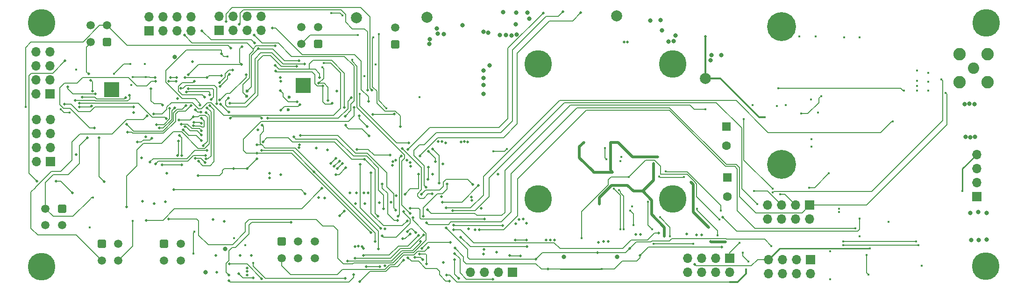
<source format=gbr>
G04 #@! TF.GenerationSoftware,KiCad,Pcbnew,7.0.10*
G04 #@! TF.CreationDate,2024-07-22T15:51:58-07:00*
G04 #@! TF.ProjectId,LCP_Controller,4c43505f-436f-46e7-9472-6f6c6c65722e,rev?*
G04 #@! TF.SameCoordinates,Original*
G04 #@! TF.FileFunction,Copper,L4,Bot*
G04 #@! TF.FilePolarity,Positive*
%FSLAX46Y46*%
G04 Gerber Fmt 4.6, Leading zero omitted, Abs format (unit mm)*
G04 Created by KiCad (PCBNEW 7.0.10) date 2024-07-22 15:51:58*
%MOMM*%
%LPD*%
G01*
G04 APERTURE LIST*
G04 Aperture macros list*
%AMRoundRect*
0 Rectangle with rounded corners*
0 $1 Rounding radius*
0 $2 $3 $4 $5 $6 $7 $8 $9 X,Y pos of 4 corners*
0 Add a 4 corners polygon primitive as box body*
4,1,4,$2,$3,$4,$5,$6,$7,$8,$9,$2,$3,0*
0 Add four circle primitives for the rounded corners*
1,1,$1+$1,$2,$3*
1,1,$1+$1,$4,$5*
1,1,$1+$1,$6,$7*
1,1,$1+$1,$8,$9*
0 Add four rect primitives between the rounded corners*
20,1,$1+$1,$2,$3,$4,$5,0*
20,1,$1+$1,$4,$5,$6,$7,0*
20,1,$1+$1,$6,$7,$8,$9,0*
20,1,$1+$1,$8,$9,$2,$3,0*%
G04 Aperture macros list end*
G04 #@! TA.AperFunction,ComponentPad*
%ADD10C,0.500000*%
G04 #@! TD*
G04 #@! TA.AperFunction,SMDPad,CuDef*
%ADD11R,2.700000X2.700000*%
G04 #@! TD*
G04 #@! TA.AperFunction,ComponentPad*
%ADD12RoundRect,0.250001X-0.499999X0.499999X-0.499999X-0.499999X0.499999X-0.499999X0.499999X0.499999X0*%
G04 #@! TD*
G04 #@! TA.AperFunction,ComponentPad*
%ADD13C,1.500000*%
G04 #@! TD*
G04 #@! TA.AperFunction,ComponentPad*
%ADD14R,1.700000X1.700000*%
G04 #@! TD*
G04 #@! TA.AperFunction,ComponentPad*
%ADD15O,1.700000X1.700000*%
G04 #@! TD*
G04 #@! TA.AperFunction,ComponentPad*
%ADD16RoundRect,0.250001X0.499999X0.499999X-0.499999X0.499999X-0.499999X-0.499999X0.499999X-0.499999X0*%
G04 #@! TD*
G04 #@! TA.AperFunction,ComponentPad*
%ADD17C,5.000000*%
G04 #@! TD*
G04 #@! TA.AperFunction,ComponentPad*
%ADD18C,2.000000*%
G04 #@! TD*
G04 #@! TA.AperFunction,ComponentPad*
%ADD19R,1.600000X1.600000*%
G04 #@! TD*
G04 #@! TA.AperFunction,ComponentPad*
%ADD20C,1.600000*%
G04 #@! TD*
G04 #@! TA.AperFunction,ComponentPad*
%ADD21RoundRect,0.250001X-0.499999X-0.499999X0.499999X-0.499999X0.499999X0.499999X-0.499999X0.499999X0*%
G04 #@! TD*
G04 #@! TA.AperFunction,WasherPad*
%ADD22C,5.250000*%
G04 #@! TD*
G04 #@! TA.AperFunction,ComponentPad*
%ADD23C,2.050000*%
G04 #@! TD*
G04 #@! TA.AperFunction,ComponentPad*
%ADD24C,2.250000*%
G04 #@! TD*
G04 #@! TA.AperFunction,ViaPad*
%ADD25C,0.800000*%
G04 #@! TD*
G04 #@! TA.AperFunction,ViaPad*
%ADD26C,0.406400*%
G04 #@! TD*
G04 #@! TA.AperFunction,ViaPad*
%ADD27C,0.500000*%
G04 #@! TD*
G04 #@! TA.AperFunction,ViaPad*
%ADD28C,0.600000*%
G04 #@! TD*
G04 #@! TA.AperFunction,Conductor*
%ADD29C,0.200000*%
G04 #@! TD*
G04 #@! TA.AperFunction,Conductor*
%ADD30C,0.500000*%
G04 #@! TD*
G04 #@! TA.AperFunction,Conductor*
%ADD31C,0.300000*%
G04 #@! TD*
G04 #@! TA.AperFunction,Conductor*
%ADD32C,0.250000*%
G04 #@! TD*
G04 #@! TA.AperFunction,Conductor*
%ADD33C,0.152400*%
G04 #@! TD*
G04 APERTURE END LIST*
D10*
X178849200Y-104655800D03*
X178849200Y-103555800D03*
X178849200Y-102455800D03*
X177749200Y-104655800D03*
X177749200Y-103555800D03*
D11*
X177749200Y-103555800D03*
D10*
X177749200Y-102455800D03*
X176649200Y-104655800D03*
X176649200Y-103555800D03*
X176649200Y-102455800D03*
D12*
X134000000Y-125900000D03*
D13*
X134000000Y-128900000D03*
X131000000Y-125900000D03*
X131000000Y-128900000D03*
D14*
X131902200Y-117398800D03*
D15*
X129362200Y-117398800D03*
X131902200Y-114858800D03*
X129362200Y-114858800D03*
X131902200Y-112318800D03*
X129362200Y-112318800D03*
X131902200Y-109778800D03*
X129362200Y-109778800D03*
D14*
X149819200Y-93654800D03*
D15*
X149819200Y-91114800D03*
X152359200Y-93654800D03*
X152359200Y-91114800D03*
X154899200Y-93654800D03*
X154899200Y-91114800D03*
X157439200Y-93654800D03*
X157439200Y-91114800D03*
D16*
X194400000Y-96100000D03*
D13*
X194400000Y-93100000D03*
D17*
X130302000Y-136398000D03*
X220294200Y-124117100D03*
D18*
X187400000Y-91300000D03*
X234518200Y-91008200D03*
X200200000Y-91236800D03*
D17*
X130302000Y-92202000D03*
X244703600Y-124117100D03*
D19*
X254600000Y-120247349D03*
D20*
X254600000Y-123747349D03*
D18*
X250600000Y-102300000D03*
D21*
X173800000Y-131900000D03*
D13*
X176800000Y-131900000D03*
X179800000Y-131900000D03*
X173800000Y-134900000D03*
X176800000Y-134900000D03*
X179800000Y-134900000D03*
D21*
X152500000Y-132300000D03*
D13*
X155500000Y-132300000D03*
X152500000Y-135300000D03*
X155500000Y-135300000D03*
D14*
X255006000Y-134945200D03*
D15*
X255006000Y-137485200D03*
X252466000Y-134945200D03*
X252466000Y-137485200D03*
X249926000Y-134945200D03*
X249926000Y-137485200D03*
X247386000Y-134945200D03*
X247386000Y-137485200D03*
D14*
X269687200Y-135123000D03*
D15*
X269687200Y-137663000D03*
X267147200Y-135123000D03*
X267147200Y-137663000D03*
X264607200Y-135123000D03*
X264607200Y-137663000D03*
X262067200Y-135123000D03*
X262067200Y-137663000D03*
D16*
X180400000Y-96020000D03*
D13*
X177400000Y-96020000D03*
X180400000Y-93020000D03*
X177400000Y-93020000D03*
D14*
X131851400Y-105105200D03*
D15*
X129311400Y-105105200D03*
X131851400Y-102565200D03*
X129311400Y-102565200D03*
X131851400Y-100025200D03*
X129311400Y-100025200D03*
X131851400Y-97485200D03*
X129311400Y-97485200D03*
D19*
X254400000Y-111047349D03*
D20*
X254400000Y-114547349D03*
D21*
X141200000Y-132300000D03*
D13*
X144200000Y-132300000D03*
X141200000Y-135300000D03*
X144200000Y-135300000D03*
D10*
X141876600Y-103268600D03*
X141876600Y-104368600D03*
X141876600Y-105468600D03*
X142976600Y-103268600D03*
X142976600Y-104368600D03*
D11*
X142976600Y-104368600D03*
D10*
X142976600Y-105468600D03*
X144076600Y-103268600D03*
X144076600Y-104368600D03*
X144076600Y-105468600D03*
D17*
X244703600Y-99682300D03*
D22*
X264385000Y-92900000D03*
X264385000Y-117900000D03*
D17*
X220294200Y-99707700D03*
X301447200Y-136372600D03*
D14*
X299800000Y-123700000D03*
D15*
X299800000Y-121160000D03*
X299800000Y-118620000D03*
X299800000Y-116080000D03*
D14*
X215696800Y-137439400D03*
D15*
X213156800Y-137439400D03*
X210616800Y-137439400D03*
X208076800Y-137439400D03*
D14*
X162468400Y-93629400D03*
D15*
X162468400Y-91089400D03*
X165008400Y-93629400D03*
X165008400Y-91089400D03*
X167548400Y-93629400D03*
X167548400Y-91089400D03*
X170088400Y-93629400D03*
X170088400Y-91089400D03*
D16*
X142200000Y-95700000D03*
D13*
X139200000Y-95700000D03*
X142200000Y-92700000D03*
X139200000Y-92700000D03*
D23*
X299260000Y-100440000D03*
D24*
X296720000Y-102980000D03*
X301800000Y-102980000D03*
X296720000Y-97900000D03*
X301800000Y-97900000D03*
D14*
X269540000Y-125300000D03*
D15*
X269540000Y-127840000D03*
X267000000Y-125300000D03*
X267000000Y-127840000D03*
X264460000Y-125300000D03*
X264460000Y-127840000D03*
X261920000Y-125300000D03*
X261920000Y-127840000D03*
D17*
X301498000Y-92202000D03*
D25*
X216281000Y-92456000D03*
D26*
X286600000Y-104500000D03*
X242000000Y-116500000D03*
X233400000Y-113900000D03*
X231400000Y-125100000D03*
X241200000Y-117700000D03*
X243200000Y-130900000D03*
X237550000Y-122737500D03*
X248000000Y-121100000D03*
X228600000Y-113900000D03*
X230200000Y-119100000D03*
D27*
X251536200Y-131826000D03*
D26*
X251200000Y-129300000D03*
X233800000Y-119300000D03*
D27*
X254254000Y-131953000D03*
D25*
X200710800Y-95173800D03*
D27*
X148412200Y-116713000D03*
X202793600Y-123774200D03*
D26*
X190842800Y-99760829D03*
D27*
X188747400Y-123063000D03*
D25*
X200583800Y-96037400D03*
D26*
X278600000Y-94900000D03*
X269747708Y-106100000D03*
D25*
X301558800Y-131538400D03*
X240639600Y-91846400D03*
D27*
X194462400Y-117144800D03*
X173659800Y-119735600D03*
X154940000Y-105994200D03*
D28*
X175031400Y-107950000D03*
D27*
X136601200Y-116103400D03*
X203022200Y-117779800D03*
D26*
X235400000Y-116500000D03*
D27*
X157657800Y-99288600D03*
X207518000Y-113842800D03*
X207695800Y-129590800D03*
D26*
X149000000Y-99700000D03*
D27*
X206933800Y-113766600D03*
D25*
X297761400Y-112863400D03*
D26*
X198800000Y-105700000D03*
D27*
X173609000Y-102158800D03*
D25*
X224967800Y-134645400D03*
D26*
X269800000Y-113300000D03*
X136600000Y-100700000D03*
D27*
X197129400Y-117525800D03*
D25*
X297619400Y-106939600D03*
D27*
X153009600Y-119532400D03*
X183819800Y-104597200D03*
X171602400Y-120319800D03*
X173634400Y-102819200D03*
X203530200Y-114020600D03*
D26*
X291000000Y-102900000D03*
D27*
X192582800Y-129565400D03*
X188671200Y-133172200D03*
X202869800Y-113741200D03*
D26*
X263600000Y-107300000D03*
D25*
X242722400Y-93624400D03*
D26*
X165200000Y-131300000D03*
D25*
X300060200Y-126560000D03*
D26*
X289000000Y-103700000D03*
X289000000Y-104500000D03*
D25*
X154406600Y-98450400D03*
D27*
X176987200Y-114884200D03*
X210007200Y-125882400D03*
D25*
X203200000Y-94234000D03*
D26*
X291000000Y-104500000D03*
X235200000Y-117300000D03*
D27*
X169494200Y-111607600D03*
D26*
X267600000Y-94700000D03*
D25*
X298815600Y-131614600D03*
D27*
X186207400Y-123063000D03*
X188366400Y-132816600D03*
D25*
X299514000Y-112888800D03*
D27*
X203123800Y-135661400D03*
X146989800Y-108483400D03*
D25*
X298650400Y-112939600D03*
D27*
X196519800Y-117144800D03*
X193611500Y-124752100D03*
X167589200Y-137947400D03*
D26*
X291000000Y-101300000D03*
D27*
X189458600Y-123088400D03*
D26*
X139000000Y-129300000D03*
D27*
X149199600Y-112903000D03*
D25*
X244881400Y-95504000D03*
X218719400Y-91516200D03*
D26*
X167200000Y-132500000D03*
D25*
X202107800Y-94208600D03*
X201930000Y-93243400D03*
D27*
X162102800Y-137439400D03*
D25*
X301584200Y-126712400D03*
D26*
X289000000Y-102700000D03*
D25*
X206578200Y-92633800D03*
D27*
X206324200Y-113792000D03*
D26*
X259200000Y-107100000D03*
D27*
X187756800Y-132740400D03*
D28*
X175183800Y-105689400D03*
D25*
X242493800Y-91744800D03*
D27*
X191490600Y-124866400D03*
D26*
X270600000Y-94700000D03*
D27*
X202234800Y-113766600D03*
D26*
X275800000Y-94900000D03*
D25*
X299372000Y-106965000D03*
X298587000Y-126687000D03*
D26*
X289800000Y-136300000D03*
D27*
X208915000Y-129768600D03*
D25*
X163601400Y-133248400D03*
D27*
X171627800Y-119481600D03*
D26*
X237357200Y-125500000D03*
D25*
X245186200Y-94564200D03*
X234645200Y-134620000D03*
X251739400Y-98044000D03*
X218363800Y-90398600D03*
X251561600Y-99009200D03*
X243916200Y-95631000D03*
D26*
X269800000Y-114700000D03*
D27*
X187375800Y-123037600D03*
D26*
X289000000Y-100900000D03*
X146600000Y-103500000D03*
D27*
X193954400Y-117373400D03*
X187147200Y-132765800D03*
D25*
X253542800Y-98044000D03*
D27*
X177038000Y-114300000D03*
D26*
X283800000Y-128300000D03*
D27*
X193878200Y-118084600D03*
D25*
X216306400Y-90373200D03*
X213995000Y-90322400D03*
D26*
X273200000Y-138700000D03*
D25*
X298483000Y-106888800D03*
X300111000Y-131640000D03*
D27*
X168325800Y-134416800D03*
X192532000Y-136245600D03*
D26*
X273200000Y-133682200D03*
D27*
X197180200Y-118262400D03*
X210489800Y-133299200D03*
X212801200Y-133832600D03*
D26*
X278600000Y-130900000D03*
D27*
X218186000Y-128574800D03*
X180517800Y-123926600D03*
X237972600Y-130632200D03*
X150723600Y-124968000D03*
X223291400Y-131622800D03*
D25*
X210439000Y-105130600D03*
D26*
X265200000Y-107100000D03*
D27*
X236448600Y-95707200D03*
X167563800Y-137287000D03*
D25*
X214503000Y-94462600D03*
D27*
X216230200Y-128651000D03*
X181584600Y-124002800D03*
X210439000Y-134112000D03*
X238861600Y-130632200D03*
X249986800Y-130683000D03*
X213029800Y-119634000D03*
D26*
X188800000Y-101900000D03*
D27*
X180136800Y-114935000D03*
X167563800Y-136702800D03*
X217601800Y-127838200D03*
D25*
X160020000Y-137464800D03*
D26*
X274800000Y-126500000D03*
D27*
X231267000Y-132003800D03*
X187223400Y-125044200D03*
D25*
X210413600Y-102235000D03*
X215493600Y-94538800D03*
D27*
X194614800Y-123571000D03*
X161874200Y-134416800D03*
X232156000Y-131902200D03*
D25*
X211226400Y-94030800D03*
D27*
X235915200Y-95732600D03*
X221742000Y-131597400D03*
X201142600Y-119710200D03*
X216814400Y-127863600D03*
D25*
X210413600Y-100914200D03*
X213334600Y-94437200D03*
D26*
X271000000Y-108500000D03*
D27*
X166319200Y-134391400D03*
X249047000Y-130708400D03*
X182143400Y-115239800D03*
D25*
X211480400Y-99949000D03*
D27*
X148590000Y-124612400D03*
X152781000Y-124663200D03*
X247218200Y-130530600D03*
X163449000Y-128244600D03*
D25*
X216408000Y-94335600D03*
X210388200Y-93853000D03*
D27*
X208280000Y-124409200D03*
X188874400Y-125044200D03*
D26*
X274800000Y-125900000D03*
D25*
X210413600Y-103505000D03*
D27*
X222504000Y-131622800D03*
X208229200Y-123850400D03*
X233019600Y-131902200D03*
X161391600Y-127863600D03*
D26*
X261400000Y-109300000D03*
D27*
X250621800Y-94665800D03*
X167563800Y-118643400D03*
X169341800Y-116865400D03*
X164236400Y-108432600D03*
X164490400Y-109550200D03*
X162775900Y-106997500D03*
X158699200Y-119964200D03*
X157886400Y-110236000D03*
X170230800Y-109499400D03*
X159258000Y-110464600D03*
X165125400Y-118618000D03*
X177114200Y-107086400D03*
X173685200Y-108051600D03*
X176657000Y-106527600D03*
X173558200Y-104495600D03*
X209626200Y-129768600D03*
X198831200Y-134162800D03*
X200101200Y-135915400D03*
D26*
X280200000Y-137900000D03*
X279800000Y-134300000D03*
X277842798Y-129469800D03*
D27*
X160324800Y-102184200D03*
D26*
X146800000Y-102100000D03*
D27*
X154762200Y-102158800D03*
X162941000Y-101828600D03*
X153670000Y-102158800D03*
X156337000Y-102133400D03*
X150901400Y-102158800D03*
D26*
X149200000Y-102100000D03*
X146400000Y-99657200D03*
X143400000Y-101500000D03*
D27*
X195783200Y-131394200D03*
X203835000Y-121437400D03*
X197078600Y-130530600D03*
X199491600Y-127279400D03*
X196164200Y-123291600D03*
X228041200Y-90373200D03*
X198882000Y-116332000D03*
X198628000Y-119684800D03*
X224790000Y-90170000D03*
X199999600Y-122047000D03*
X194945000Y-127304800D03*
X221208600Y-90449400D03*
X195478400Y-116408200D03*
X196697600Y-115214400D03*
D26*
X190400000Y-94900000D03*
D27*
X195300600Y-111023400D03*
D26*
X187667518Y-94432481D03*
D27*
X201218800Y-115112800D03*
X202361800Y-121259600D03*
D26*
X188000000Y-105100000D03*
D27*
X200355200Y-120599200D03*
X196900800Y-113995200D03*
X200380600Y-118414800D03*
X194868800Y-128092200D03*
D26*
X192800000Y-107700000D03*
X191400000Y-94300000D03*
X182800000Y-90500000D03*
X184800000Y-90900000D03*
D27*
X192074800Y-121412000D03*
D26*
X158000000Y-130100000D03*
X157800000Y-134100000D03*
D27*
X183642000Y-116763800D03*
X185216800Y-107543600D03*
X180721000Y-102133400D03*
X182702200Y-117703600D03*
X172643800Y-99974400D03*
X181254400Y-103682800D03*
X183007000Y-106832400D03*
X184302400Y-117271800D03*
X183311800Y-118262400D03*
X172720000Y-100990400D03*
D26*
X146800000Y-128100000D03*
D27*
X150596600Y-108737400D03*
X149453600Y-109067600D03*
D26*
X181450000Y-99550000D03*
D27*
X182245000Y-106273600D03*
X185470800Y-118516400D03*
X183692800Y-119761000D03*
X149250400Y-128016000D03*
X180543200Y-103200200D03*
X189661800Y-112750600D03*
X181152800Y-122250200D03*
D26*
X181200000Y-100300000D03*
D27*
X185420000Y-110820200D03*
X159308800Y-109524800D03*
X162102800Y-106908600D03*
X157810200Y-110896400D03*
X155575000Y-104114600D03*
X154254200Y-122504200D03*
X178104800Y-123240800D03*
X140074807Y-105128141D03*
X138633200Y-113055400D03*
X135026400Y-103835200D03*
D26*
X139600000Y-123900000D03*
D27*
X134543800Y-99110800D03*
X135890000Y-123037600D03*
X129438400Y-120929400D03*
X132969000Y-120929400D03*
D26*
X135400000Y-108500000D03*
D27*
X137134600Y-107492800D03*
X139344400Y-107315000D03*
D26*
X127400000Y-107500000D03*
X133800000Y-107900000D03*
D27*
X164642800Y-96824800D03*
X138836400Y-101498400D03*
X139217400Y-102616000D03*
X139526200Y-104618600D03*
X155727400Y-117957600D03*
X152185000Y-117971200D03*
X164287200Y-138963400D03*
X186867800Y-137871200D03*
X198628000Y-130759200D03*
X188620400Y-134391400D03*
X183870600Y-118668800D03*
X175564800Y-128371600D03*
X195707000Y-114985800D03*
X187426600Y-115163600D03*
X201112000Y-123266200D03*
X184861200Y-117729000D03*
X164236400Y-137972800D03*
X193446400Y-116205000D03*
X164388800Y-135915400D03*
X199542400Y-130657600D03*
X170230800Y-138607800D03*
X187096400Y-134874000D03*
X168681400Y-138506200D03*
X195961000Y-135280400D03*
X188010800Y-139115800D03*
X166014400Y-137718800D03*
X200431400Y-132969000D03*
X199009000Y-131902200D03*
X185801000Y-135382000D03*
X218160600Y-131572000D03*
X216179400Y-131648200D03*
X215188800Y-134442200D03*
X217093800Y-134467600D03*
X205155800Y-135178800D03*
X205892400Y-138531600D03*
X205181200Y-134035800D03*
X212064600Y-138709400D03*
D26*
X288800000Y-131900000D03*
D27*
X219887800Y-135051800D03*
X236931200Y-133121400D03*
D26*
X235200000Y-129700000D03*
X234000000Y-122300000D03*
X275600000Y-131900000D03*
D27*
X203606400Y-129387600D03*
X231038400Y-133883400D03*
D26*
X262600000Y-132700000D03*
X289200000Y-132500000D03*
X235800000Y-129700000D03*
D27*
X238734600Y-134416800D03*
X205232000Y-133070600D03*
D26*
X231800000Y-136855200D03*
X275600000Y-132500000D03*
X234967504Y-122562255D03*
D27*
X222123000Y-136880600D03*
D26*
X258377000Y-135477000D03*
X257400000Y-133900000D03*
D27*
X253586863Y-132854000D03*
X213842600Y-128955800D03*
X204952600Y-128905000D03*
X197129400Y-125882400D03*
X210591400Y-127787400D03*
X248666000Y-136042400D03*
X205028800Y-129768600D03*
D26*
X280400000Y-133100000D03*
D27*
X242189000Y-130352800D03*
X200101200Y-128473200D03*
D26*
X294157200Y-104900000D03*
X257600000Y-109700000D03*
X250600000Y-107900000D03*
D27*
X200253600Y-126085600D03*
D26*
X273000000Y-119500000D03*
X262800000Y-122300000D03*
X264200000Y-123300000D03*
X269400000Y-122100000D03*
X212200000Y-115500000D03*
X214600000Y-115100000D03*
X259400000Y-122700000D03*
X262830009Y-122959720D03*
D27*
X204851000Y-126288800D03*
D26*
X293400000Y-102500000D03*
X260000000Y-125100000D03*
D27*
X163728400Y-91973400D03*
X190144400Y-104444800D03*
X169367200Y-115874800D03*
X186969400Y-107543600D03*
X190017400Y-130276600D03*
X171323000Y-109524800D03*
X186461400Y-105816400D03*
X191363600Y-133223000D03*
X166141400Y-92481400D03*
X189382400Y-104394000D03*
X170281600Y-110744000D03*
X169316400Y-114376200D03*
X170230800Y-115392200D03*
X179705000Y-119227600D03*
X190804800Y-131876800D03*
X185318400Y-109143800D03*
X168833800Y-94462600D03*
X170434000Y-113817400D03*
X172110400Y-93192600D03*
X187909200Y-109067600D03*
X189306200Y-110998000D03*
X188849000Y-116967000D03*
X191236600Y-127254000D03*
X189560200Y-106476800D03*
X160807400Y-107213400D03*
X162534600Y-106172000D03*
X167411400Y-101600000D03*
X158724600Y-117297200D03*
X161036000Y-106146600D03*
X160121600Y-116916200D03*
X160299400Y-107645200D03*
X156921200Y-104165400D03*
X156895800Y-101600000D03*
X166522400Y-99745800D03*
X166598600Y-96520000D03*
X159918400Y-117525800D03*
X158165800Y-116814600D03*
X150977600Y-117779800D03*
X160070800Y-116281200D03*
D26*
X164000000Y-98300000D03*
D27*
X159054800Y-107111800D03*
X162884948Y-97836542D03*
X160268600Y-115372200D03*
X159207200Y-108432600D03*
X159893000Y-105740200D03*
X157962600Y-102844600D03*
X149961600Y-117475000D03*
X158140400Y-108000800D03*
X152882600Y-109575600D03*
X137134600Y-106781600D03*
X159588200Y-114503200D03*
X155168600Y-109829600D03*
X157835600Y-109270800D03*
D28*
X167487600Y-105537000D03*
D27*
X172669200Y-96393000D03*
X156210000Y-94462600D03*
X168935400Y-95910400D03*
X176936400Y-99104000D03*
X159385000Y-93649800D03*
X169570400Y-96926400D03*
D28*
X167538400Y-104622600D03*
D27*
X134493000Y-106934000D03*
X155596302Y-110569622D03*
X159283400Y-111785400D03*
X146964400Y-107467400D03*
X159232600Y-112572800D03*
X136398000Y-106273600D03*
X156324073Y-111053124D03*
X146215100Y-105321100D03*
X137642600Y-105689400D03*
X159283400Y-113563400D03*
X145580100Y-105778300D03*
X156006800Y-111633000D03*
D26*
X256800000Y-132100000D03*
X253400000Y-126300000D03*
X243428699Y-119152698D03*
X249107200Y-125899934D03*
X246700066Y-120199934D03*
X242200000Y-120100000D03*
X252800000Y-130791800D03*
X241200000Y-132300000D03*
X240200000Y-124700000D03*
X241000000Y-129700000D03*
X248400000Y-132300000D03*
X242400000Y-127500000D03*
X244200000Y-130900000D03*
X297200000Y-122700000D03*
X268000000Y-108700000D03*
X271600000Y-105500000D03*
D27*
X204368400Y-132029200D03*
X199212200Y-133146800D03*
X206273400Y-131089400D03*
X218262200Y-132816600D03*
X196596000Y-130073400D03*
X198145400Y-130251200D03*
D26*
X263800000Y-104100000D03*
D27*
X195935600Y-126466600D03*
X192074800Y-130886200D03*
X197612000Y-127533400D03*
X153339800Y-127787400D03*
X185191400Y-126339600D03*
X184353200Y-127203200D03*
X197129400Y-126796800D03*
D26*
X186600250Y-98912250D03*
D27*
X208432400Y-121564400D03*
X199110600Y-123291600D03*
D26*
X278600004Y-127700000D03*
D27*
X253746000Y-127482600D03*
D26*
X232400000Y-114900000D03*
X232692800Y-116976366D03*
D27*
X197993000Y-134747000D03*
X199440800Y-135178800D03*
X203733400Y-137947400D03*
D26*
X258000000Y-136900000D03*
D27*
X209473800Y-121742200D03*
X202971400Y-124739400D03*
X191744600Y-129489200D03*
X188036200Y-117881400D03*
X194233800Y-108788200D03*
X190322200Y-108839000D03*
X189992000Y-119380000D03*
X196596000Y-128117600D03*
X201701400Y-117424200D03*
X200456800Y-115544600D03*
X204241400Y-139039600D03*
X196672200Y-134797800D03*
D26*
X253200000Y-127900000D03*
X236742800Y-120206000D03*
X228200000Y-131300000D03*
D27*
X145745200Y-125603000D03*
X160096200Y-108458000D03*
X156565600Y-104775000D03*
X160756600Y-105308400D03*
X141681200Y-121056400D03*
X153339800Y-102819200D03*
X150977600Y-102819200D03*
X154736800Y-102819200D03*
X140690600Y-113106200D03*
X139877800Y-111277400D03*
X147701000Y-113842800D03*
X150317200Y-113157000D03*
D26*
X237000000Y-126300000D03*
X237600000Y-128900000D03*
D27*
X177952400Y-99669600D03*
X164465000Y-106781600D03*
X164185600Y-105841800D03*
X176504600Y-100152200D03*
D26*
X168630600Y-135788400D03*
D27*
X185369200Y-138557000D03*
X189153800Y-136474200D03*
X191592200Y-136474200D03*
X192303400Y-125933200D03*
X175996600Y-112903000D03*
X177190400Y-112649000D03*
X194513200Y-126161800D03*
D26*
X284600000Y-110100000D03*
D27*
X203657200Y-125780800D03*
X154432000Y-107619800D03*
X151612600Y-111302800D03*
X153517600Y-107721400D03*
X151155400Y-110667800D03*
X145897600Y-112090200D03*
X164363400Y-101523800D03*
X162636200Y-103759000D03*
X157429200Y-107213400D03*
X162585400Y-103047800D03*
X164973000Y-100761800D03*
X145745200Y-110617000D03*
X156514800Y-107188000D03*
X152247600Y-107137200D03*
X150164800Y-104216200D03*
X154940000Y-116281200D03*
X155092400Y-113639600D03*
X155270200Y-112623600D03*
X155702000Y-116255800D03*
D29*
X293600000Y-102700000D02*
X293400000Y-102500000D01*
X293600000Y-109900000D02*
X293600000Y-102700000D01*
X280727783Y-122772217D02*
X293600000Y-109900000D01*
X263017512Y-122772217D02*
X280727783Y-122772217D01*
X262830009Y-122959720D02*
X263017512Y-122772217D01*
X294400000Y-110700000D02*
X294400000Y-105142800D01*
X269540000Y-125300000D02*
X279800000Y-125300000D01*
X279800000Y-125300000D02*
X294400000Y-110700000D01*
X294400000Y-105142800D02*
X294157200Y-104900000D01*
X286400000Y-104500000D02*
X286000000Y-104100000D01*
X286600000Y-104500000D02*
X286400000Y-104500000D01*
X259569800Y-129469800D02*
X277842798Y-129469800D01*
X256400000Y-126300000D02*
X259569800Y-129469800D01*
X256400000Y-118700000D02*
X256400000Y-126300000D01*
X255927000Y-118227000D02*
X256400000Y-118700000D01*
X254264552Y-118227000D02*
X255927000Y-118227000D01*
X216611200Y-120497600D02*
X225273352Y-111835448D01*
X229000000Y-108100000D02*
X244137552Y-108100000D01*
X216611200Y-127177800D02*
X216611200Y-120497600D01*
X214020400Y-129768600D02*
X216611200Y-127177800D01*
X244137552Y-108100000D02*
X254264552Y-118227000D01*
X209626200Y-129768600D02*
X214020400Y-129768600D01*
X225273352Y-111835448D02*
X225273352Y-111826648D01*
X225273352Y-111826648D02*
X229000000Y-108100000D01*
D30*
X237400000Y-116500000D02*
X242000000Y-116500000D01*
X236400000Y-115500000D02*
X237400000Y-116500000D01*
X234800000Y-113900000D02*
X236400000Y-115500000D01*
X233400000Y-113900000D02*
X234800000Y-113900000D01*
X233400000Y-118900000D02*
X233800000Y-119300000D01*
D29*
X232400000Y-114900000D02*
X232400000Y-116683566D01*
D30*
X233400000Y-113900000D02*
X233400000Y-118900000D01*
D29*
X232400000Y-116683566D02*
X232692800Y-116976366D01*
D30*
X241200000Y-120775132D02*
X241200000Y-117700000D01*
X237550000Y-122737500D02*
X236481500Y-121669000D01*
X236481500Y-121669000D02*
X233631000Y-121669000D01*
X240907200Y-126992932D02*
X240907200Y-124407068D01*
X239237632Y-122737500D02*
X237550000Y-122737500D01*
X231400000Y-123900000D02*
X231400000Y-125100000D01*
X243200000Y-129285732D02*
X240907200Y-126992932D01*
X233631000Y-121669000D02*
X231400000Y-123900000D01*
X240907200Y-124407068D02*
X239237632Y-122737500D01*
X239237632Y-122737500D02*
X241200000Y-120775132D01*
X243200000Y-130900000D02*
X243200000Y-129285732D01*
X233800000Y-119300000D02*
X230400000Y-119300000D01*
X254254000Y-131953000D02*
X251663200Y-131953000D01*
X227800000Y-114700000D02*
X228600000Y-113900000D01*
X230400000Y-119300000D02*
X230200000Y-119100000D01*
X251663200Y-131953000D02*
X251536200Y-131826000D01*
X227800000Y-116500000D02*
X227800000Y-114700000D01*
X230200000Y-119100000D02*
X227800000Y-116700000D01*
X251200000Y-129300000D02*
X248400000Y-126500000D01*
X248400000Y-126500000D02*
X248400000Y-121500000D01*
X248400000Y-121500000D02*
X248000000Y-121100000D01*
D29*
X254254000Y-131953000D02*
X254222800Y-131984200D01*
D30*
X227800000Y-116700000D02*
X227800000Y-116500000D01*
D31*
X260341289Y-109300000D02*
X253341289Y-102300000D01*
X261400000Y-109300000D02*
X260341289Y-109300000D01*
X250600000Y-99208800D02*
X250600000Y-102300000D01*
X250621800Y-99187000D02*
X250600000Y-99208800D01*
X253341289Y-102300000D02*
X250600000Y-102300000D01*
X250621800Y-99187000D02*
X250621800Y-94665800D01*
D29*
X164211000Y-108432600D02*
X164236400Y-108432600D01*
X163093400Y-119405400D02*
X163093400Y-118973600D01*
X162534600Y-119964200D02*
X163093400Y-119405400D01*
X162775900Y-106997500D02*
X164211000Y-108432600D01*
X157886400Y-110236000D02*
X159029400Y-110236000D01*
X164490400Y-109550200D02*
X164747600Y-109293000D01*
X170024400Y-109293000D02*
X170230800Y-109499400D01*
X167563800Y-118643400D02*
X169341800Y-116865400D01*
X167538400Y-118618000D02*
X167563800Y-118643400D01*
X159029400Y-110236000D02*
X159258000Y-110464600D01*
X158699200Y-119964200D02*
X162534600Y-119964200D01*
X163449000Y-118618000D02*
X165125400Y-118618000D01*
X165125400Y-118618000D02*
X167538400Y-118618000D01*
X163093400Y-118973600D02*
X163449000Y-118618000D01*
X164747600Y-109293000D02*
X170024400Y-109293000D01*
X174371000Y-107365800D02*
X173685200Y-108051600D01*
X174371000Y-107365800D02*
X176834800Y-107365800D01*
X177114200Y-107086400D02*
X176834800Y-107365800D01*
X174091600Y-105638600D02*
X174980600Y-106527600D01*
X173558200Y-104495600D02*
X174091600Y-105029000D01*
X174980600Y-106527600D02*
X176657000Y-106527600D01*
X174091600Y-105029000D02*
X174091600Y-105638600D01*
X198831200Y-134162800D02*
X199974200Y-134162800D01*
X200101200Y-134289800D02*
X200101200Y-135915400D01*
X279800000Y-134300000D02*
X279800000Y-137500000D01*
X199974200Y-134162800D02*
X200101200Y-134289800D01*
X279800000Y-137500000D02*
X280200000Y-137900000D01*
X149936200Y-102184200D02*
X150876000Y-102184200D01*
X149200000Y-102100000D02*
X149852000Y-102100000D01*
X160274000Y-102133400D02*
X160324800Y-102184200D01*
X150876000Y-102184200D02*
X150901400Y-102158800D01*
X156337000Y-102133400D02*
X160274000Y-102133400D01*
X160680400Y-101828600D02*
X160324800Y-102184200D01*
X149852000Y-102100000D02*
X149936200Y-102184200D01*
X153670000Y-102158800D02*
X154762200Y-102158800D01*
X146800000Y-102100000D02*
X149200000Y-102100000D01*
X162941000Y-101828600D02*
X160680400Y-101828600D01*
X143400000Y-101500000D02*
X145242800Y-99657200D01*
X145242800Y-99657200D02*
X146400000Y-99657200D01*
X196189600Y-131394200D02*
X197027800Y-130556000D01*
X195783200Y-131394200D02*
X196189600Y-131394200D01*
X197027800Y-130556000D02*
X197053200Y-130556000D01*
X203835000Y-122377200D02*
X203835000Y-121437400D01*
X199517000Y-125755400D02*
X202031600Y-123240800D01*
X202971400Y-123240800D02*
X203835000Y-122377200D01*
X199491600Y-127279400D02*
X199491600Y-125780800D01*
X199491600Y-125780800D02*
X199517000Y-125755400D01*
X202031600Y-123240800D02*
X202971400Y-123240800D01*
X197053200Y-130556000D02*
X197078600Y-130530600D01*
X216509600Y-110540800D02*
X214020400Y-113030000D01*
X228041200Y-90373200D02*
X226542600Y-91871800D01*
X198882000Y-116281200D02*
X202133200Y-113030000D01*
X196164200Y-123291600D02*
X197154800Y-122301000D01*
X198628000Y-122275600D02*
X198602600Y-122301000D01*
X216509600Y-97713800D02*
X216509600Y-110540800D01*
X197154800Y-122301000D02*
X198602600Y-122301000D01*
X216509600Y-97713800D02*
X222351600Y-91871800D01*
X202133200Y-113030000D02*
X214020400Y-113030000D01*
X198882000Y-116281200D02*
X198882000Y-116332000D01*
X226542600Y-91871800D02*
X222351600Y-91871800D01*
X198628000Y-119684800D02*
X198628000Y-122275600D01*
X213563200Y-112115600D02*
X201879200Y-112115600D01*
X199669400Y-118160800D02*
X199669400Y-121716800D01*
X201879200Y-112115600D02*
X199669400Y-114325400D01*
X197815200Y-116306600D02*
X199669400Y-118160800D01*
X221767400Y-91033600D02*
X215646000Y-97155000D01*
X198831200Y-114325400D02*
X197815200Y-115341400D01*
X224790000Y-90170000D02*
X223926400Y-91033600D01*
X199669400Y-114325400D02*
X198831200Y-114325400D01*
X215646000Y-110032800D02*
X213563200Y-112115600D01*
X199669400Y-121716800D02*
X199999600Y-122047000D01*
X223926400Y-91033600D02*
X221767400Y-91033600D01*
X215646000Y-97155000D02*
X215646000Y-110032800D01*
X197815200Y-115341400D02*
X197815200Y-116306600D01*
X214807800Y-109575600D02*
X214807800Y-96850200D01*
X195199000Y-116687600D02*
X195478400Y-116408200D01*
X213182200Y-111201200D02*
X214807800Y-109575600D01*
X194945000Y-127304800D02*
X195199000Y-127050800D01*
X214807800Y-96850200D02*
X221208600Y-90449400D01*
X200710800Y-111201200D02*
X213182200Y-111201200D01*
X196697600Y-115214400D02*
X200710800Y-111201200D01*
X195199000Y-127050800D02*
X195199000Y-116687600D01*
X195300600Y-109127000D02*
X194430800Y-108257200D01*
X191073000Y-106761000D02*
X191073000Y-104635448D01*
X195300600Y-111023400D02*
X195300600Y-109127000D01*
X178987519Y-94432481D02*
X187667518Y-94432481D01*
X190285600Y-103848048D02*
X190285600Y-95014400D01*
X194430800Y-108257200D02*
X192569200Y-108257200D01*
X190285600Y-95014400D02*
X190400000Y-94900000D01*
X202361800Y-116255800D02*
X202361800Y-121259600D01*
X201218800Y-115112800D02*
X202361800Y-116255800D01*
X192569200Y-108257200D02*
X191073000Y-106761000D01*
X177400000Y-96020000D02*
X178987519Y-94432481D01*
X191073000Y-104635448D02*
X190285600Y-103848048D01*
X200380600Y-120573800D02*
X200355200Y-120599200D01*
X200380600Y-118414800D02*
X200380600Y-120573800D01*
X194695200Y-113995200D02*
X196900800Y-113995200D01*
X188000000Y-105100000D02*
X188000000Y-107300000D01*
X188000000Y-107300000D02*
X194695200Y-113995200D01*
X184400000Y-90500000D02*
X184800000Y-90900000D01*
X191400000Y-94300000D02*
X191400000Y-106300000D01*
X191400000Y-106300000D02*
X192800000Y-107700000D01*
X182800000Y-90500000D02*
X184400000Y-90500000D01*
X194868800Y-128092200D02*
X194233800Y-128092200D01*
X192074800Y-122199400D02*
X192074800Y-121412000D01*
X193040000Y-126898400D02*
X193040000Y-123164600D01*
X192074800Y-122199400D02*
X193040000Y-123164600D01*
X193040000Y-126898400D02*
X194233800Y-128092200D01*
X157800000Y-134100000D02*
X157800000Y-130300000D01*
X157800000Y-130300000D02*
X158000000Y-130100000D01*
X173329600Y-100660200D02*
X172643800Y-99974400D01*
X173329600Y-100660200D02*
X178841400Y-100660200D01*
X178841400Y-99658600D02*
X178841400Y-100660200D01*
X185216800Y-101379248D02*
X182864552Y-99027000D01*
X182702200Y-117703600D02*
X183642000Y-116763800D01*
X182864552Y-99027000D02*
X179473000Y-99027000D01*
X179473000Y-99027000D02*
X178841400Y-99658600D01*
X179908200Y-100660200D02*
X180721000Y-101473000D01*
X179908200Y-100660200D02*
X178841400Y-100660200D01*
X180721000Y-102133400D02*
X180721000Y-101473000D01*
X185216800Y-107543600D02*
X185216800Y-101379248D01*
X182880000Y-106959400D02*
X183007000Y-106832400D01*
X179857400Y-101676200D02*
X179857400Y-103276400D01*
X180263800Y-103682800D02*
X181254400Y-103682800D01*
X181254400Y-106527600D02*
X181686200Y-106959400D01*
X179857400Y-103276400D02*
X180263800Y-103682800D01*
X172720000Y-100990400D02*
X172872400Y-101142800D01*
X172872400Y-101142800D02*
X179324000Y-101142800D01*
X183311800Y-118262400D02*
X184302400Y-117271800D01*
X181254400Y-103682800D02*
X181254400Y-106527600D01*
X181686200Y-106959400D02*
X182880000Y-106959400D01*
X179324000Y-101142800D02*
X179857400Y-101676200D01*
X144200000Y-135300000D02*
X146800000Y-132700000D01*
X146800000Y-132700000D02*
X146800000Y-128100000D01*
X135813800Y-113842800D02*
X135813800Y-117144800D01*
X145719800Y-109753400D02*
X143103600Y-112369600D01*
X182735800Y-99500000D02*
X181500000Y-99500000D01*
X128400000Y-129500000D02*
X129600000Y-130700000D01*
X150596600Y-108737400D02*
X152171400Y-108737400D01*
X158750000Y-107823000D02*
X159283400Y-107823000D01*
X184505600Y-101269800D02*
X182735800Y-99500000D01*
X152171400Y-108737400D02*
X153009600Y-107899200D01*
X129600000Y-130700000D02*
X136600000Y-130700000D01*
X132080000Y-119176800D02*
X129196000Y-122060800D01*
X153009600Y-107518200D02*
X153818800Y-106709000D01*
X149453600Y-109067600D02*
X148767800Y-109753400D01*
X159283400Y-107823000D02*
X160372000Y-106734400D01*
X183261000Y-108966000D02*
X184505600Y-107721400D01*
X143103600Y-112369600D02*
X137287000Y-112369600D01*
X181500000Y-99500000D02*
X181450000Y-99550000D01*
X133781800Y-119176800D02*
X132080000Y-119176800D01*
X153818800Y-106709000D02*
X157636000Y-106709000D01*
X161065000Y-106709000D02*
X163322000Y-108966000D01*
X163322000Y-108966000D02*
X183261000Y-108966000D01*
X184505600Y-107721400D02*
X184505600Y-101269800D01*
X136600000Y-130700000D02*
X141200000Y-135300000D01*
X129196000Y-122104000D02*
X128400000Y-122900000D01*
X148767800Y-109753400D02*
X145719800Y-109753400D01*
X129196000Y-122060800D02*
X129196000Y-122104000D01*
X137287000Y-112369600D02*
X135813800Y-113842800D01*
X157636000Y-106709000D02*
X158750000Y-107823000D01*
X135813800Y-117144800D02*
X133781800Y-119176800D01*
X153009600Y-107899200D02*
X153009600Y-107518200D01*
X160372000Y-106734400D02*
X161039600Y-106734400D01*
X128400000Y-122900000D02*
X128400000Y-129500000D01*
X161039600Y-106734400D02*
X161065000Y-106709000D01*
X181432200Y-102311200D02*
X181432200Y-100532200D01*
X183692800Y-119761000D02*
X184226200Y-119761000D01*
X189661800Y-112750600D02*
X188391800Y-111480600D01*
X182245000Y-103936800D02*
X182245000Y-106273600D01*
X180543200Y-103200200D02*
X181508400Y-103200200D01*
X152298400Y-128016000D02*
X154381200Y-125933200D01*
X181432200Y-100532200D02*
X181200000Y-100300000D01*
X181432200Y-102311200D02*
X180543200Y-103200200D01*
X154381200Y-125933200D02*
X177469800Y-125933200D01*
X177469800Y-125933200D02*
X181152800Y-122250200D01*
X181508400Y-103200200D02*
X182219600Y-103911400D01*
X149250400Y-128016000D02*
X152298400Y-128016000D01*
X182219600Y-103911400D02*
X182245000Y-103936800D01*
X185420000Y-110972600D02*
X185420000Y-110820200D01*
X184226200Y-119761000D02*
X185470800Y-118516400D01*
X185928000Y-111480600D02*
X185420000Y-110972600D01*
X188391800Y-111480600D02*
X185928000Y-111480600D01*
X162055600Y-104016600D02*
X162055600Y-106861400D01*
X159816800Y-111048800D02*
X159715200Y-111150400D01*
X159131000Y-110947200D02*
X157861000Y-110947200D01*
X155575000Y-104114600D02*
X155981400Y-104114600D01*
X159715200Y-111150400D02*
X159334200Y-111150400D01*
X162055600Y-106861400D02*
X162102800Y-106908600D01*
X157861000Y-110947200D02*
X157810200Y-110896400D01*
X159308800Y-109524800D02*
X159816800Y-110032800D01*
X156489400Y-103606600D02*
X161645600Y-103606600D01*
X159334200Y-111150400D02*
X159131000Y-110947200D01*
X161645600Y-103606600D02*
X162055600Y-104016600D01*
X155981400Y-104114600D02*
X156489400Y-103606600D01*
X159816800Y-110032800D02*
X159816800Y-111048800D01*
X178104800Y-123240800D02*
X177368200Y-122504200D01*
X177368200Y-122504200D02*
X154254200Y-122504200D01*
X137160000Y-114528600D02*
X137160000Y-117754400D01*
X139400000Y-123900000D02*
X139600000Y-123900000D01*
X135963741Y-105128141D02*
X140074807Y-105128141D01*
X131000000Y-125900000D02*
X131000000Y-121196600D01*
X138633200Y-113055400D02*
X137160000Y-114528600D01*
X132461000Y-119735600D02*
X132148300Y-120048300D01*
X131000000Y-125900000D02*
X132400000Y-127300000D01*
X135026400Y-103835200D02*
X135026400Y-104190800D01*
X131000000Y-121196600D02*
X132148300Y-120048300D01*
X135178800Y-119735600D02*
X132461000Y-119735600D01*
X139000000Y-124300000D02*
X139400000Y-123900000D01*
X132148300Y-120048300D02*
X131876800Y-120319800D01*
X137160000Y-117754400D02*
X135178800Y-119735600D01*
X135026400Y-104190800D02*
X135963741Y-105128141D01*
X136000000Y-127300000D02*
X139000000Y-124300000D01*
X132400000Y-127300000D02*
X136000000Y-127300000D01*
X129438400Y-120929400D02*
X128016000Y-119507000D01*
X133781800Y-120929400D02*
X132969000Y-120929400D01*
X128447800Y-101346000D02*
X132308600Y-101346000D01*
X128016000Y-101777800D02*
X128447800Y-101346000D01*
X128016000Y-119507000D02*
X128016000Y-101777800D01*
X135890000Y-123037600D02*
X133781800Y-120929400D01*
X132308600Y-101346000D02*
X134543800Y-99110800D01*
X133800000Y-107900000D02*
X134400000Y-108500000D01*
X140818313Y-92700000D02*
X137818313Y-95700000D01*
X134400000Y-108500000D02*
X135400000Y-108500000D01*
X145766000Y-96266000D02*
X142200000Y-92700000D01*
X137818313Y-95700000D02*
X128400000Y-95700000D01*
X137134600Y-107492800D02*
X139166600Y-107492800D01*
X164642800Y-96824800D02*
X164084000Y-96266000D01*
X128400000Y-95700000D02*
X127400000Y-96700000D01*
X139166600Y-107492800D02*
X139344400Y-107315000D01*
X142200000Y-92700000D02*
X140818313Y-92700000D01*
X127400000Y-96700000D02*
X127400000Y-107500000D01*
X164084000Y-96266000D02*
X145766000Y-96266000D01*
X138455400Y-96644600D02*
X139200000Y-95900000D01*
X139526200Y-102924800D02*
X139526200Y-104618600D01*
X139200000Y-95900000D02*
X139200000Y-95700000D01*
X138455400Y-101117400D02*
X138455400Y-96644600D01*
X139217400Y-102616000D02*
X139526200Y-102924800D01*
X138836400Y-101498400D02*
X138455400Y-101117400D01*
X155727400Y-117957600D02*
X152198600Y-117957600D01*
X152198600Y-117957600D02*
X152185000Y-117971200D01*
X194970400Y-132689600D02*
X196697600Y-132689600D01*
X196697600Y-132689600D02*
X198628000Y-130759200D01*
X194970400Y-132689600D02*
X193319400Y-134340600D01*
X186867800Y-137871200D02*
X186867800Y-138379200D01*
X186029600Y-139217400D02*
X164541200Y-139217400D01*
X193319400Y-134340600D02*
X188671200Y-134340600D01*
X164541200Y-139217400D02*
X164287200Y-138963400D01*
X188671200Y-134340600D02*
X188620400Y-134391400D01*
X186867800Y-138379200D02*
X186029600Y-139217400D01*
X195707000Y-115011200D02*
X195707000Y-114985800D01*
X200329800Y-123266200D02*
X199542400Y-124053600D01*
X164846000Y-132969000D02*
X164236400Y-133578600D01*
X184861200Y-117729000D02*
X184810400Y-117729000D01*
X201112000Y-123266200D02*
X200329800Y-123266200D01*
X198882000Y-124053600D02*
X198450200Y-123621800D01*
X164236400Y-133578600D02*
X164236400Y-135356600D01*
X175564800Y-128371600D02*
X168452800Y-128371600D01*
X189534800Y-115163600D02*
X187426600Y-115163600D01*
X198450200Y-123621800D02*
X198450200Y-123215400D01*
X198450200Y-123215400D02*
X199161400Y-122504200D01*
X164236400Y-135356600D02*
X163728400Y-135864600D01*
X163728400Y-137464800D02*
X164236400Y-137972800D01*
X195707000Y-115011200D02*
X199161400Y-118465600D01*
X167919400Y-128905000D02*
X167919400Y-130505200D01*
X167919400Y-128905000D02*
X168452800Y-128371600D01*
X163728400Y-135864600D02*
X163728400Y-137464800D01*
X165455600Y-132969000D02*
X164846000Y-132969000D01*
X193446400Y-116205000D02*
X190576200Y-116205000D01*
X167919400Y-130505200D02*
X165455600Y-132969000D01*
X184810400Y-117729000D02*
X183870600Y-118668800D01*
X199161400Y-122504200D02*
X199161400Y-118465600D01*
X189534800Y-115163600D02*
X190576200Y-116205000D01*
X199542400Y-124053600D02*
X198882000Y-124053600D01*
X193519000Y-134903000D02*
X187125400Y-134903000D01*
X193522600Y-134899400D02*
X193519000Y-134903000D01*
X195326000Y-133096000D02*
X197104000Y-133096000D01*
X199542400Y-130657600D02*
X197104000Y-133096000D01*
X167538400Y-135915400D02*
X164388800Y-135915400D01*
X170230800Y-138607800D02*
X167538400Y-135915400D01*
X195326000Y-133096000D02*
X193522600Y-134899400D01*
X187125400Y-134903000D02*
X187096400Y-134874000D01*
X193598800Y-136423400D02*
X194818000Y-136423400D01*
X166014400Y-137718800D02*
X166801800Y-138506200D01*
X194818000Y-136423400D02*
X195961000Y-135280400D01*
X192709800Y-137312400D02*
X193598800Y-136423400D01*
X189814200Y-137312400D02*
X192709800Y-137312400D01*
X188010800Y-139115800D02*
X189814200Y-137312400D01*
X166801800Y-138506200D02*
X168681400Y-138506200D01*
X198459048Y-133625800D02*
X199774600Y-133625800D01*
X194211600Y-136064600D02*
X195961000Y-134315200D01*
X195961000Y-134315200D02*
X197769648Y-134315200D01*
X173800000Y-136300000D02*
X173800000Y-134900000D01*
X183885400Y-137900000D02*
X175400000Y-137900000D01*
X184832200Y-136953200D02*
X183885400Y-137900000D01*
X197769648Y-134315200D02*
X198459048Y-133625800D01*
X199774600Y-133625800D02*
X200431400Y-132969000D01*
X193398800Y-136064600D02*
X194211600Y-136064600D01*
X192510200Y-136953200D02*
X193398800Y-136064600D01*
X175400000Y-137900000D02*
X173800000Y-136300000D01*
X184832200Y-136953200D02*
X192510200Y-136953200D01*
X195707000Y-133578600D02*
X195630800Y-133578600D01*
X195707000Y-133578600D02*
X197535800Y-133578600D01*
X197535800Y-133578600D02*
X198932800Y-132181600D01*
X195630800Y-133578600D02*
X193852800Y-135356600D01*
X199009000Y-132105400D02*
X199009000Y-131902200D01*
X193827400Y-135382000D02*
X185801000Y-135382000D01*
X198932800Y-132181600D02*
X199009000Y-132105400D01*
X193852800Y-135356600D02*
X193827400Y-135382000D01*
X218160600Y-131572000D02*
X216255600Y-131572000D01*
X216255600Y-131572000D02*
X216179400Y-131648200D01*
X205155800Y-135178800D02*
X205155800Y-137718800D01*
X217093800Y-134467600D02*
X215214200Y-134467600D01*
X205155800Y-137795000D02*
X205892400Y-138531600D01*
X205155800Y-137718800D02*
X205155800Y-137795000D01*
X215214200Y-134467600D02*
X215188800Y-134442200D01*
X206146400Y-135001000D02*
X206146400Y-137566400D01*
X205181200Y-134035800D02*
X206146400Y-135001000D01*
X207289400Y-138709400D02*
X212064600Y-138709400D01*
X206146400Y-137566400D02*
X207289400Y-138709400D01*
X252261000Y-131349000D02*
X254324580Y-131349000D01*
X252242800Y-131330800D02*
X252261000Y-131349000D01*
X244557200Y-131330800D02*
X252242800Y-131330800D01*
X236169200Y-133883400D02*
X236931200Y-133121400D01*
X261357200Y-131457200D02*
X262600000Y-132700000D01*
X235200000Y-129700000D02*
X235200000Y-123500000D01*
X254324580Y-131349000D02*
X254432780Y-131457200D01*
X207543400Y-134747000D02*
X207848200Y-135051800D01*
X240969200Y-131742800D02*
X244145200Y-131742800D01*
X244145200Y-131742800D02*
X244557200Y-131330800D01*
X219887800Y-135051800D02*
X221056200Y-133883400D01*
X235200000Y-123500000D02*
X234000000Y-122300000D01*
X254432780Y-131457200D02*
X261357200Y-131457200D01*
X221056200Y-133883400D02*
X231038400Y-133883400D01*
X207848200Y-135051800D02*
X219887800Y-135051800D01*
X240739000Y-131973000D02*
X240969200Y-131742800D01*
X238079600Y-131973000D02*
X240739000Y-131973000D01*
X275600000Y-131900000D02*
X288800000Y-131900000D01*
X231038400Y-133883400D02*
X236169200Y-133883400D01*
X236931200Y-133121400D02*
X238079600Y-131973000D01*
X203606400Y-129387600D02*
X207543400Y-133324600D01*
X207543400Y-133324600D02*
X207543400Y-134747000D01*
X275600000Y-132500000D02*
X289200000Y-132500000D01*
X253583663Y-132857200D02*
X253586863Y-132854000D01*
X238734600Y-134823200D02*
X238734600Y-134416800D01*
X207264000Y-135890000D02*
X219887800Y-135890000D01*
X234086400Y-136855200D02*
X235559600Y-135382000D01*
X257400000Y-133900000D02*
X257400000Y-134500000D01*
X219887800Y-135890000D02*
X220878400Y-136880600D01*
X235200000Y-122794751D02*
X234967504Y-122562255D01*
D32*
X231774600Y-136880600D02*
X231800000Y-136855200D01*
D29*
X257400000Y-134500000D02*
X258377000Y-135477000D01*
X222123000Y-136880600D02*
X224332800Y-136880600D01*
X206781400Y-134620000D02*
X206781400Y-135407400D01*
X205232000Y-133070600D02*
X206781400Y-134620000D01*
X230682800Y-136855200D02*
X231800000Y-136855200D01*
X240294200Y-132857200D02*
X253583663Y-132857200D01*
X235200000Y-123037552D02*
X235200000Y-122794751D01*
X235800000Y-129700000D02*
X235800000Y-123637552D01*
X231800000Y-136855200D02*
X234086400Y-136855200D01*
X206781400Y-135407400D02*
X207264000Y-135890000D01*
X220878400Y-136880600D02*
X222123000Y-136880600D01*
X235559600Y-135382000D02*
X238175800Y-135382000D01*
X238734600Y-134416800D02*
X240294200Y-132857200D01*
X238175800Y-135382000D02*
X238734600Y-134823200D01*
D32*
X224332800Y-136880600D02*
X231774600Y-136880600D01*
D29*
X235800000Y-123637552D02*
X235200000Y-123037552D01*
X213842600Y-128955800D02*
X205003400Y-128955800D01*
X205003400Y-128955800D02*
X204952600Y-128905000D01*
X197129400Y-125882400D02*
X198628000Y-125882400D01*
X198628000Y-125882400D02*
X198856600Y-126111000D01*
X198856600Y-127609600D02*
X199034400Y-127787400D01*
X199034400Y-127787400D02*
X210591400Y-127787400D01*
X198856600Y-126111000D02*
X198856600Y-127609600D01*
X241421780Y-130352800D02*
X242189000Y-130352800D01*
X205028800Y-129768600D02*
X206248000Y-129768600D01*
D32*
X280400000Y-133100000D02*
X264090200Y-133100000D01*
X264090200Y-133100000D02*
X262067200Y-135123000D01*
D29*
X206248000Y-129768600D02*
X208606600Y-132127200D01*
X224256600Y-133172200D02*
X235635800Y-133172200D01*
X240151780Y-131622800D02*
X241421780Y-130352800D01*
X237185200Y-131622800D02*
X240151780Y-131622800D01*
X248666000Y-136042400D02*
X248920000Y-136296400D01*
X235635800Y-133172200D02*
X237185200Y-131622800D01*
X258902200Y-136296400D02*
X260075600Y-135123000D01*
X260075600Y-135123000D02*
X262067200Y-135123000D01*
X223211600Y-132127200D02*
X224256600Y-133172200D01*
X248920000Y-136296400D02*
X258902200Y-136296400D01*
X208606600Y-132127200D02*
X223211600Y-132127200D01*
X256200000Y-117900000D02*
X254400000Y-117900000D01*
X269540000Y-125300000D02*
X268140000Y-126700000D01*
X268140000Y-126700000D02*
X259800000Y-126700000D01*
X254400000Y-117900000D02*
X244127000Y-107627000D01*
X213588600Y-128320800D02*
X204520800Y-128320800D01*
X200406000Y-128778000D02*
X200101200Y-128473200D01*
X256800000Y-123700000D02*
X256800000Y-118500000D01*
X259800000Y-126700000D02*
X256800000Y-123700000D01*
X215417400Y-119557800D02*
X215417400Y-126492000D01*
X204520800Y-128320800D02*
X204063600Y-128778000D01*
X227348200Y-107627000D02*
X215417400Y-119557800D01*
X256800000Y-118500000D02*
X256200000Y-117900000D01*
X204063600Y-128778000D02*
X200406000Y-128778000D01*
X244127000Y-107627000D02*
X227348200Y-107627000D01*
X215417400Y-126492000D02*
X213588600Y-128320800D01*
X270400000Y-122100000D02*
X269400000Y-122100000D01*
X265000000Y-123300000D02*
X264200000Y-123300000D01*
X262800000Y-122300000D02*
X257600000Y-117100000D01*
X267000000Y-125300000D02*
X265000000Y-123300000D01*
X213741000Y-127127000D02*
X209194400Y-127127000D01*
X250600000Y-107900000D02*
X248600000Y-107900000D01*
X208838800Y-126771400D02*
X200939400Y-126771400D01*
X214260101Y-119013299D02*
X214260101Y-126607899D01*
X200939400Y-126771400D02*
X200253600Y-126085600D01*
X248600000Y-107900000D02*
X247800000Y-107100000D01*
X257600000Y-117100000D02*
X257600000Y-109700000D01*
X247800000Y-107100000D02*
X226173400Y-107100000D01*
X209194400Y-127127000D02*
X208838800Y-126771400D01*
X214260101Y-126607899D02*
X213741000Y-127127000D01*
X273000000Y-119500000D02*
X270400000Y-122100000D01*
X226173400Y-107100000D02*
X214260101Y-119013299D01*
X212200000Y-115500000D02*
X214200000Y-115500000D01*
X214200000Y-115500000D02*
X214600000Y-115100000D01*
X261860000Y-122700000D02*
X264460000Y-125300000D01*
X259400000Y-122700000D02*
X261860000Y-122700000D01*
X211404200Y-120345200D02*
X225049400Y-106700000D01*
X225049400Y-106700000D02*
X252600000Y-106700000D01*
X204851000Y-126288800D02*
X208889600Y-126288800D01*
X257200000Y-122300000D02*
X260000000Y-125100000D01*
X211404200Y-123774200D02*
X211404200Y-120345200D01*
X208889600Y-126288800D02*
X211404200Y-123774200D01*
X257200000Y-111300000D02*
X257200000Y-122300000D01*
X252600000Y-106700000D02*
X257200000Y-111300000D01*
X185928000Y-110134400D02*
X170078400Y-110134400D01*
X163728400Y-90601800D02*
X164896800Y-89433400D01*
X175615600Y-115874800D02*
X190017400Y-130276600D01*
X189800000Y-104100400D02*
X190144400Y-104444800D01*
X166928800Y-115392200D02*
X167411400Y-115874800D01*
X186969400Y-107543600D02*
X186969400Y-109093000D01*
X169367200Y-115874800D02*
X175615600Y-115874800D01*
X189800000Y-91100000D02*
X189800000Y-104100400D01*
X163728400Y-91973400D02*
X163728400Y-90601800D01*
X188133400Y-89433400D02*
X189800000Y-91100000D01*
X186969400Y-109093000D02*
X185928000Y-110134400D01*
X166928800Y-113284000D02*
X166928800Y-115392200D01*
X164896800Y-89433400D02*
X188133400Y-89433400D01*
X167411400Y-115874800D02*
X169367200Y-115874800D01*
X170078400Y-110134400D02*
X166928800Y-113284000D01*
X176276000Y-114909600D02*
X191363600Y-129997200D01*
X188800000Y-93300000D02*
X186600000Y-93300000D01*
X186600000Y-93300000D02*
X185400000Y-92100000D01*
X191363600Y-129997200D02*
X191363600Y-133223000D01*
X189382400Y-93882400D02*
X188800000Y-93300000D01*
X184600000Y-89865200D02*
X166903400Y-89865200D01*
X189382400Y-104394000D02*
X189382400Y-93882400D01*
X170256200Y-114376200D02*
X170789600Y-114909600D01*
X185400000Y-92100000D02*
X185400000Y-90700000D01*
X170789600Y-114909600D02*
X176276000Y-114909600D01*
X170180000Y-114376200D02*
X170256200Y-114376200D01*
X169900600Y-114096800D02*
X169900600Y-112522000D01*
X170535600Y-111887000D02*
X170535600Y-110998000D01*
X185826400Y-107797600D02*
X184099200Y-109524800D01*
X166293800Y-90474800D02*
X166293800Y-92329000D01*
X170180000Y-114376200D02*
X169900600Y-114096800D01*
X170535600Y-110998000D02*
X170281600Y-110744000D01*
X186461400Y-105816400D02*
X185826400Y-106451400D01*
X185826400Y-106451400D02*
X185826400Y-107797600D01*
X185400000Y-90700000D02*
X184600000Y-89900000D01*
X184600000Y-89900000D02*
X184600000Y-89865200D01*
X166293800Y-92329000D02*
X166141400Y-92481400D01*
X169316400Y-114376200D02*
X170180000Y-114376200D01*
X169900600Y-112522000D02*
X170535600Y-111887000D01*
X166903400Y-89865200D02*
X166293800Y-90474800D01*
X184099200Y-109524800D02*
X171323000Y-109524800D01*
X190804800Y-130327400D02*
X190804800Y-131876800D01*
X175600000Y-98300000D02*
X173200000Y-95900000D01*
X170230800Y-115392200D02*
X175869600Y-115392200D01*
X173200000Y-95900000D02*
X170271200Y-95900000D01*
X179705000Y-119227600D02*
X190804800Y-130327400D01*
X186359800Y-106959400D02*
X186969400Y-106349800D01*
X170271200Y-95900000D02*
X168833800Y-94462600D01*
X186359800Y-108102400D02*
X186359800Y-106959400D01*
X186969400Y-100069400D02*
X185200000Y-98300000D01*
X185318400Y-109143800D02*
X186359800Y-108102400D01*
X185200000Y-98300000D02*
X175600000Y-98300000D01*
X186969400Y-106349800D02*
X186969400Y-100069400D01*
X175869600Y-115392200D02*
X179705000Y-119227600D01*
X190728600Y-126746000D02*
X191236600Y-127254000D01*
X189560200Y-105638600D02*
X188264800Y-104343200D01*
X188264800Y-99164800D02*
X187073000Y-97973000D01*
X190728600Y-118795800D02*
X190728600Y-126746000D01*
X188849000Y-116967000D02*
X188874400Y-116941600D01*
X175031400Y-113106200D02*
X175742600Y-113817400D01*
X175742600Y-113817400D02*
X183311800Y-113817400D01*
X189306200Y-110998000D02*
X187909200Y-109601000D01*
X177522157Y-97973000D02*
X172741757Y-93192600D01*
X171145200Y-113106200D02*
X175031400Y-113106200D01*
X172741757Y-93192600D02*
X172110400Y-93192600D01*
X183311800Y-113817400D02*
X183362600Y-113817400D01*
X188874400Y-116941600D02*
X190728600Y-118795800D01*
X186512200Y-116967000D02*
X188849000Y-116967000D01*
X189560200Y-106476800D02*
X189560200Y-105638600D01*
X187909200Y-109601000D02*
X187909200Y-109067600D01*
X188264800Y-104343200D02*
X188264800Y-99164800D01*
X170434000Y-113817400D02*
X171145200Y-113106200D01*
X187073000Y-97973000D02*
X177522157Y-97973000D01*
X183362600Y-113817400D02*
X186512200Y-116967000D01*
X161569400Y-117398800D02*
X161569400Y-107975400D01*
X160858200Y-118110000D02*
X161569400Y-117398800D01*
X163804600Y-105054400D02*
X164465000Y-105054400D01*
X162687000Y-106172000D02*
X163804600Y-105054400D01*
X167411400Y-102108000D02*
X167411400Y-101600000D01*
X158724600Y-117297200D02*
X159537400Y-118110000D01*
X159537400Y-118110000D02*
X160858200Y-118110000D01*
X164465000Y-105054400D02*
X167411400Y-102108000D01*
X162534600Y-106172000D02*
X162687000Y-106172000D01*
X161569400Y-107975400D02*
X160807400Y-107213400D01*
X166217600Y-99441000D02*
X166217600Y-96901000D01*
X161493200Y-104368600D02*
X161493200Y-105689400D01*
X161010600Y-108356400D02*
X161010600Y-116382800D01*
X161290000Y-104165400D02*
X161493200Y-104368600D01*
X161010600Y-116382800D02*
X160477200Y-116916200D01*
X156921200Y-104165400D02*
X161290000Y-104165400D01*
X166522400Y-99745800D02*
X166217600Y-99441000D01*
X158750000Y-99745800D02*
X156895800Y-101600000D01*
X166217600Y-96901000D02*
X166598600Y-96520000D01*
X161493200Y-105689400D02*
X161036000Y-106146600D01*
X166522400Y-99745800D02*
X158750000Y-99745800D01*
X160477200Y-116916200D02*
X160121600Y-116916200D01*
X160299400Y-107645200D02*
X161010600Y-108356400D01*
X159207200Y-116814600D02*
X158165800Y-116814600D01*
X159918400Y-117525800D02*
X159207200Y-116814600D01*
X152860800Y-100882912D02*
X152860800Y-103017609D01*
X164000000Y-98300000D02*
X163348406Y-98300000D01*
X162862802Y-97188906D02*
X156554806Y-97188906D01*
X152860800Y-103017609D02*
X155837391Y-105994200D01*
X162884948Y-97211052D02*
X162884948Y-97836542D01*
X159054800Y-106908600D02*
X159054800Y-107111800D01*
X156554806Y-97188906D02*
X152860800Y-100882912D01*
X156819600Y-117271800D02*
X157810200Y-116281200D01*
X151485600Y-117271800D02*
X156819600Y-117271800D01*
X158140400Y-105994200D02*
X159054800Y-106908600D01*
X150977600Y-117779800D02*
X151485600Y-117271800D01*
X157810200Y-116281200D02*
X160070800Y-116281200D01*
X163348406Y-98300000D02*
X162884948Y-97836542D01*
X162884948Y-97211052D02*
X162862802Y-97188906D01*
X155837391Y-105994200D02*
X158140400Y-105994200D01*
X155092400Y-103784400D02*
X155092400Y-104597200D01*
X159461200Y-105308400D02*
X159893000Y-105740200D01*
X155803600Y-105308400D02*
X159461200Y-105308400D01*
X155092400Y-104597200D02*
X155803600Y-105308400D01*
X149961600Y-117475000D02*
X149961600Y-117398800D01*
X155778200Y-103098600D02*
X155092400Y-103784400D01*
X150520400Y-116840000D02*
X156641800Y-116840000D01*
X158109600Y-115372200D02*
X160268600Y-115372200D01*
X156641800Y-116840000D02*
X158109600Y-115372200D01*
X157708600Y-103098600D02*
X155778200Y-103098600D01*
X158572200Y-108432600D02*
X159207200Y-108432600D01*
X149961600Y-117398800D02*
X150520400Y-116840000D01*
X157962600Y-102844600D02*
X157708600Y-103098600D01*
X158140400Y-108000800D02*
X158572200Y-108432600D01*
X157835600Y-109270800D02*
X158699200Y-109270800D01*
X157276800Y-109829600D02*
X155168600Y-109829600D01*
X159924800Y-114198400D02*
X159893000Y-114198400D01*
X147878800Y-106781600D02*
X137134600Y-106781600D01*
X157835600Y-109270800D02*
X157276800Y-109829600D01*
X152628600Y-109321600D02*
X150418800Y-109321600D01*
X152882600Y-109575600D02*
X152628600Y-109321600D01*
X159969200Y-108991400D02*
X160356600Y-109378800D01*
X150418800Y-109321600D02*
X147878800Y-106781600D01*
X160356600Y-113766600D02*
X159924800Y-114198400D01*
X160356600Y-109378800D02*
X160356600Y-113766600D01*
X159893000Y-114198400D02*
X159588200Y-114503200D01*
X158699200Y-109270800D02*
X158978600Y-108991400D01*
X158978600Y-108991400D02*
X159969200Y-108991400D01*
X168643300Y-96939100D02*
X168643300Y-97320100D01*
X167995600Y-97967800D02*
X167995600Y-102235000D01*
X167563800Y-95859600D02*
X168643300Y-96939100D01*
X167995600Y-102235000D02*
X166827200Y-103403400D01*
X156210000Y-94462600D02*
X157607000Y-95859600D01*
X168643300Y-97320100D02*
X167995600Y-97967800D01*
X166827200Y-104876600D02*
X167487600Y-105537000D01*
X166827200Y-103403400D02*
X166827200Y-104876600D01*
X169189400Y-96393000D02*
X172669200Y-96393000D01*
X168643300Y-96939100D02*
X169189400Y-96393000D01*
X157607000Y-95859600D02*
X167563800Y-95859600D01*
X168325800Y-95300800D02*
X168935400Y-95910400D01*
X168351200Y-103809800D02*
X168351200Y-98145600D01*
X167538400Y-104622600D02*
X168351200Y-103809800D01*
X168351200Y-98145600D02*
X169545000Y-96951800D01*
X174364200Y-99104000D02*
X176936400Y-99104000D01*
X172212000Y-96951800D02*
X174364200Y-99104000D01*
X161036000Y-95300800D02*
X168325800Y-95300800D01*
X169545000Y-96951800D02*
X172212000Y-96951800D01*
X159385000Y-93649800D02*
X161036000Y-95300800D01*
X139954000Y-107467400D02*
X146964400Y-107467400D01*
X155596302Y-110569622D02*
X156721422Y-110569622D01*
X134493000Y-106934000D02*
X135610600Y-106934000D01*
X137007600Y-108331000D02*
X139090400Y-108331000D01*
X158902400Y-111404400D02*
X159283400Y-111785400D01*
X157556200Y-111404400D02*
X158902400Y-111404400D01*
X135610600Y-106934000D02*
X137007600Y-108331000D01*
X139090400Y-108331000D02*
X139954000Y-107467400D01*
X156721422Y-110569622D02*
X157556200Y-111404400D01*
X145923000Y-106400600D02*
X146278600Y-106045000D01*
X140081000Y-106400600D02*
X145923000Y-106400600D01*
X146278600Y-105384600D02*
X146215100Y-105321100D01*
X156324073Y-111053124D02*
X156468324Y-111053124D01*
X136398000Y-106273600D02*
X139954000Y-106273600D01*
X158470600Y-111810800D02*
X159232600Y-112572800D01*
X157226000Y-111810800D02*
X158470600Y-111810800D01*
X146278600Y-106045000D02*
X146278600Y-105384600D01*
X156468324Y-111053124D02*
X157226000Y-111810800D01*
X139954000Y-106273600D02*
X140081000Y-106400600D01*
X145338800Y-106019600D02*
X145580100Y-105778300D01*
X157010087Y-112636287D02*
X158356287Y-112636287D01*
X156006800Y-111633000D02*
X157010087Y-112636287D01*
X140004800Y-105689400D02*
X140335000Y-106019600D01*
X137642600Y-105689400D02*
X140004800Y-105689400D01*
X140335000Y-106019600D02*
X145338800Y-106019600D01*
X158356287Y-112636287D02*
X159283400Y-113563400D01*
X255006000Y-133894000D02*
X256800000Y-132100000D01*
X255006000Y-134945200D02*
X255006000Y-133894000D01*
X247309741Y-119226609D02*
X243502610Y-119226609D01*
X243502610Y-119226609D02*
X243428699Y-119152698D01*
X253400000Y-126300000D02*
X253400000Y-125316868D01*
X253400000Y-125316868D02*
X247309741Y-119226609D01*
X242200000Y-120100000D02*
X242400000Y-120300000D01*
X242400000Y-120300000D02*
X246600000Y-120300000D01*
X249107200Y-126207068D02*
X252800000Y-129899868D01*
X252800000Y-129899868D02*
X252800000Y-130791800D01*
X246600000Y-120300000D02*
X246700066Y-120199934D01*
X249107200Y-125899934D02*
X249107200Y-126207068D01*
X248400000Y-132300000D02*
X241200000Y-132300000D01*
X240200000Y-128900000D02*
X240200000Y-124700000D01*
X241000000Y-129700000D02*
X240200000Y-128900000D01*
X244200000Y-129300000D02*
X244200000Y-130900000D01*
X242400000Y-127500000D02*
X244200000Y-129300000D01*
D32*
X297200000Y-118680000D02*
X299800000Y-116080000D01*
X297200000Y-122700000D02*
X297200000Y-118680000D01*
D29*
X271200000Y-105900000D02*
X271600000Y-105500000D01*
X268000000Y-108700000D02*
X269200000Y-108700000D01*
X269200000Y-108700000D02*
X271200000Y-106700000D01*
X271200000Y-106700000D02*
X271200000Y-105900000D01*
X200329800Y-132029200D02*
X199212200Y-133146800D01*
X197104000Y-129565400D02*
X196596000Y-130073400D01*
X198145400Y-130251200D02*
X197459600Y-129565400D01*
X197459600Y-129565400D02*
X197104000Y-129565400D01*
X218262200Y-132816600D02*
X208000600Y-132816600D01*
X204368400Y-132029200D02*
X200329800Y-132029200D01*
X208000600Y-132816600D02*
X206273400Y-131089400D01*
X263800000Y-104100000D02*
X286000000Y-104100000D01*
X197129400Y-128524000D02*
X197129400Y-127812800D01*
X192074800Y-130886200D02*
X192252600Y-131064000D01*
X194564000Y-131064000D02*
X194589400Y-131064000D01*
X192252600Y-131064000D02*
X194564000Y-131064000D01*
X195935600Y-126619000D02*
X195935600Y-126466600D01*
X197129400Y-127812800D02*
X197104000Y-127787400D01*
X194589400Y-131064000D02*
X197129400Y-128524000D01*
X197104000Y-127787400D02*
X195935600Y-126619000D01*
X186893200Y-135737600D02*
X186664600Y-135966200D01*
X164922200Y-132435600D02*
X167259000Y-130098800D01*
X197612000Y-127990600D02*
X200021400Y-130400000D01*
X183235600Y-129057400D02*
X183972200Y-129794000D01*
X153339800Y-127787400D02*
X158445200Y-127787400D01*
X167919400Y-127863600D02*
X180111400Y-127863600D01*
X181305200Y-129057400D02*
X183235600Y-129057400D01*
X184988200Y-135966200D02*
X183972200Y-134950200D01*
X200021400Y-130400000D02*
X200021400Y-131601000D01*
X180111400Y-127863600D02*
X181305200Y-129057400D01*
X183972200Y-129794000D02*
X183972200Y-134950200D01*
X194005200Y-135737600D02*
X186893200Y-135737600D01*
X160502600Y-132435600D02*
X164922200Y-132435600D01*
X197612000Y-127533400D02*
X197612000Y-127990600D01*
X195808600Y-133934200D02*
X194005200Y-135737600D01*
X158800800Y-128143000D02*
X158800800Y-130733800D01*
X158800800Y-130733800D02*
X160502600Y-132435600D01*
X167259000Y-130098800D02*
X167259000Y-128524000D01*
X200021400Y-131601000D02*
X197688200Y-133934200D01*
X186664600Y-135966200D02*
X184988200Y-135966200D01*
X158445200Y-127787400D02*
X158800800Y-128143000D01*
X167259000Y-128524000D02*
X167919400Y-127863600D01*
X197688200Y-133934200D02*
X195808600Y-133934200D01*
X185191400Y-126339600D02*
X185191400Y-126365000D01*
X185191400Y-126365000D02*
X184353200Y-127203200D01*
X197129400Y-126796800D02*
X195630800Y-125298200D01*
X196138800Y-116179600D02*
X187502800Y-107543600D01*
X187502800Y-107543600D02*
X187502800Y-100076000D01*
X195630800Y-125298200D02*
X195630800Y-117322600D01*
X187502800Y-100076000D02*
X186600250Y-99173450D01*
X186600250Y-99173450D02*
X186600250Y-98912250D01*
X195630800Y-117322600D02*
X196138800Y-116814600D01*
X196138800Y-116814600D02*
X196138800Y-116179600D01*
X202463400Y-122529600D02*
X203149200Y-121843800D01*
X256290400Y-130027000D02*
X278261000Y-130027000D01*
X203149200Y-121107200D02*
X203631800Y-120624600D01*
X253746000Y-127482600D02*
X256290400Y-130027000D01*
X203631800Y-120624600D02*
X207492600Y-120624600D01*
X199110600Y-123291600D02*
X199872600Y-122529600D01*
X207492600Y-120624600D02*
X208432400Y-121564400D01*
X199872600Y-122529600D02*
X202463400Y-122529600D01*
X203149200Y-121843800D02*
X203149200Y-121107200D01*
X278600004Y-129687996D02*
X278600004Y-127700000D01*
X278261000Y-130027000D02*
X278600004Y-129687996D01*
X197993000Y-134747000D02*
X199009000Y-134747000D01*
X205609400Y-139264600D02*
X255000000Y-139264600D01*
X203733400Y-137947400D02*
X204292200Y-137947400D01*
D31*
X255000000Y-139264600D02*
X256435400Y-139264600D01*
X256435400Y-139264600D02*
X257600000Y-138100000D01*
X257600000Y-138100000D02*
X258000000Y-137700000D01*
D29*
X199009000Y-134747000D02*
X199440800Y-135178800D01*
X204292200Y-137947400D02*
X205609400Y-139264600D01*
D31*
X258000000Y-137700000D02*
X258000000Y-136900000D01*
D29*
X206476600Y-124739400D02*
X209473800Y-121742200D01*
X202971400Y-124739400D02*
X206476600Y-124739400D01*
X190322200Y-108839000D02*
X194183000Y-108839000D01*
X194183000Y-108839000D02*
X194233800Y-108788200D01*
X191744600Y-129489200D02*
X188036200Y-125780800D01*
X188036200Y-125780800D02*
X188036200Y-117881400D01*
X195707000Y-129006600D02*
X192252600Y-129006600D01*
X196596000Y-128117600D02*
X195707000Y-129006600D01*
X189992000Y-126746000D02*
X192252600Y-129006600D01*
X189992000Y-126746000D02*
X189992000Y-119380000D01*
X201701400Y-117424200D02*
X201701400Y-116789200D01*
X201701400Y-116789200D02*
X200456800Y-115544600D01*
D33*
X242483400Y-118229058D02*
X241420942Y-117166600D01*
D29*
X196672200Y-134797800D02*
X197332600Y-135458200D01*
D33*
X247333400Y-119679058D02*
X242483400Y-119679058D01*
X249000000Y-121459078D02*
X248733400Y-121192478D01*
D29*
X201930000Y-136753600D02*
X202438000Y-137261600D01*
X202438000Y-137261600D02*
X202438000Y-137896600D01*
X197332600Y-135458200D02*
X198602600Y-135458200D01*
X198602600Y-135458200D02*
X199898000Y-136753600D01*
X228200000Y-126425420D02*
X233042800Y-121582620D01*
X228200000Y-131300000D02*
X228200000Y-126425420D01*
X203581000Y-139039600D02*
X204241400Y-139039600D01*
D33*
X242483400Y-119679058D02*
X242483400Y-118229058D01*
X239782200Y-117166600D02*
X236742800Y-120206000D01*
X253200000Y-127900000D02*
X249000000Y-123700000D01*
D29*
X233042800Y-120669200D02*
X233506000Y-120206000D01*
X202438000Y-137896600D02*
X203581000Y-139039600D01*
D33*
X249000000Y-123700000D02*
X249000000Y-121459078D01*
X241420942Y-117166600D02*
X239782200Y-117166600D01*
X248733400Y-121079058D02*
X247333400Y-119679058D01*
D29*
X233506000Y-120206000D02*
X236742800Y-120206000D01*
D33*
X248733400Y-121192478D02*
X248733400Y-121079058D01*
D29*
X199898000Y-136753600D02*
X201930000Y-136753600D01*
X233042800Y-121582620D02*
X233042800Y-120669200D01*
X155676600Y-111988600D02*
X154152600Y-111988600D01*
X147599400Y-115239800D02*
X147599400Y-118160800D01*
X148793200Y-114046000D02*
X147599400Y-115239800D01*
X154152600Y-111988600D02*
X152095200Y-114046000D01*
X147599400Y-118160800D02*
X145745200Y-120015000D01*
X160756600Y-104825800D02*
X160655000Y-104724200D01*
X160683600Y-114169800D02*
X159842200Y-115011200D01*
X152095200Y-114046000D02*
X148793200Y-114046000D01*
X156616400Y-104724200D02*
X160655000Y-104724200D01*
X159842200Y-115011200D02*
X158699200Y-115011200D01*
X160756600Y-105308400D02*
X160756600Y-104825800D01*
X158699200Y-115011200D02*
X155676600Y-111988600D01*
X156565600Y-104775000D02*
X156616400Y-104724200D01*
X160683600Y-108994600D02*
X160683600Y-114169800D01*
X160147000Y-108458000D02*
X160096200Y-108458000D01*
X160683600Y-108994600D02*
X160147000Y-108458000D01*
X145745200Y-120015000D02*
X145745200Y-125603000D01*
X133629400Y-107035600D02*
X134289800Y-107696000D01*
X137795000Y-102133400D02*
X146024600Y-102133400D01*
X137795000Y-102133400D02*
X136779000Y-103149400D01*
X134340600Y-107746800D02*
X135509000Y-107746800D01*
X140690600Y-120065800D02*
X141681200Y-121056400D01*
X135509000Y-107746800D02*
X139039600Y-111277400D01*
X140690600Y-113106200D02*
X140690600Y-120065800D01*
X134467600Y-103200200D02*
X133629400Y-104038400D01*
X150977600Y-102819200D02*
X150241000Y-102819200D01*
X139039600Y-111277400D02*
X139877800Y-111277400D01*
X149402800Y-103657400D02*
X150241000Y-102819200D01*
X147548600Y-103657400D02*
X149402800Y-103657400D01*
X154736800Y-102819200D02*
X153339800Y-102819200D01*
X134289800Y-107696000D02*
X134340600Y-107746800D01*
X136779000Y-103149400D02*
X136728200Y-103200200D01*
X136728200Y-103200200D02*
X134467600Y-103200200D01*
X146024600Y-102133400D02*
X147548600Y-103657400D01*
X133629400Y-104038400D02*
X133629400Y-107035600D01*
X148742400Y-113487200D02*
X149987000Y-113487200D01*
X149987000Y-113487200D02*
X150317200Y-113157000D01*
X147701000Y-113842800D02*
X148386800Y-113842800D01*
X148386800Y-113842800D02*
X148742400Y-113487200D01*
X237600000Y-126900000D02*
X237000000Y-126300000D01*
X237600000Y-128900000D02*
X237600000Y-126900000D01*
X167132000Y-106781600D02*
X164465000Y-106781600D01*
X168986200Y-98729800D02*
X168986200Y-104927400D01*
X167132000Y-106781600D02*
X168986200Y-104927400D01*
X170053000Y-97663000D02*
X168986200Y-98729800D01*
X172085000Y-97663000D02*
X174091600Y-99669600D01*
X177952400Y-99669600D02*
X174091600Y-99669600D01*
X172085000Y-97663000D02*
X170053000Y-97663000D01*
X173786800Y-100152200D02*
X173761400Y-100126800D01*
X163677600Y-107162600D02*
X163677600Y-106349800D01*
X167411400Y-107492800D02*
X164007800Y-107492800D01*
X163677600Y-106349800D02*
X164185600Y-105841800D01*
X171831000Y-98196400D02*
X170408600Y-98196400D01*
X169545000Y-99060000D02*
X169545000Y-105359200D01*
X173761400Y-100126800D02*
X171831000Y-98196400D01*
X164007800Y-107492800D02*
X163677600Y-107162600D01*
X167411400Y-107492800D02*
X169545000Y-105359200D01*
X176504600Y-100152200D02*
X173786800Y-100152200D01*
X170408600Y-98196400D02*
X169545000Y-99060000D01*
X168630600Y-136330600D02*
X168630600Y-135788400D01*
X170857000Y-138557000D02*
X168630600Y-136330600D01*
X185369200Y-138557000D02*
X170857000Y-138557000D01*
X189153800Y-136474200D02*
X191592200Y-136474200D01*
X186893200Y-116408200D02*
X189204600Y-116408200D01*
X191363600Y-118567200D02*
X191363600Y-122555000D01*
X189204600Y-116408200D02*
X191363600Y-118567200D01*
X191363600Y-122555000D02*
X192303400Y-123494800D01*
X192303400Y-123494800D02*
X192303400Y-125933200D01*
X183769000Y-113284000D02*
X186893200Y-116408200D01*
X175996600Y-112903000D02*
X176377600Y-113284000D01*
X176377600Y-113284000D02*
X183769000Y-113284000D01*
X177190400Y-112649000D02*
X183989209Y-112649000D01*
X192887600Y-121996200D02*
X194132200Y-123240800D01*
X194132200Y-123240800D02*
X194132200Y-125780800D01*
X183989209Y-112649000D02*
X187215009Y-115874800D01*
X189331600Y-115874800D02*
X192887600Y-119430800D01*
X192887600Y-119430800D02*
X192887600Y-121996200D01*
X194132200Y-125780800D02*
X194513200Y-126161800D01*
X187215009Y-115874800D02*
X189331600Y-115874800D01*
X224231200Y-106273600D02*
X256173600Y-106273600D01*
X210413600Y-120091200D02*
X224231200Y-106273600D01*
X203657200Y-125780800D02*
X208076800Y-125780800D01*
X208076800Y-125780800D02*
X210413600Y-123444000D01*
X262000000Y-112100000D02*
X282387400Y-112100000D01*
X256173600Y-106273600D02*
X262000000Y-112100000D01*
X282387400Y-112100000D02*
X284387400Y-110100000D01*
X210413600Y-123444000D02*
X210413600Y-120091200D01*
X284387400Y-110100000D02*
X284600000Y-110100000D01*
X153898600Y-108153200D02*
X154432000Y-107619800D01*
X151612600Y-111302800D02*
X152349200Y-111302800D01*
X152349200Y-111302800D02*
X153898600Y-109753400D01*
X153898600Y-109753400D02*
X153898600Y-108153200D01*
X153517600Y-109626400D02*
X153517600Y-107924600D01*
X152476200Y-110667800D02*
X153517600Y-109626400D01*
X153517600Y-107924600D02*
X153517600Y-107721400D01*
X151155400Y-110667800D02*
X152476200Y-110667800D01*
X164033200Y-102362000D02*
X162636200Y-103759000D01*
X152425400Y-112242600D02*
X154584400Y-110083600D01*
X155092400Y-108280200D02*
X156362400Y-108280200D01*
X164033200Y-101854000D02*
X164033200Y-102336600D01*
X164033200Y-102336600D02*
X164033200Y-102362000D01*
X156362400Y-108280200D02*
X156387800Y-108254800D01*
X145897600Y-112090200D02*
X146685000Y-112090200D01*
X146685000Y-112090200D02*
X146837400Y-112242600D01*
X154584400Y-110083600D02*
X154584400Y-108788200D01*
X157429200Y-107213400D02*
X156387800Y-108254800D01*
X154584400Y-108788200D02*
X155092400Y-108280200D01*
X164363400Y-101523800D02*
X164033200Y-101854000D01*
X146837400Y-112242600D02*
X152425400Y-112242600D01*
X152298400Y-111861600D02*
X146989800Y-111861600D01*
X154889200Y-107924600D02*
X154228800Y-108585000D01*
X163550600Y-101473000D02*
X164261800Y-100761800D01*
X163550600Y-102082600D02*
X163550600Y-101473000D01*
X162585400Y-103047800D02*
X163550600Y-102082600D01*
X146989800Y-111861600D02*
X145745200Y-110617000D01*
X154228800Y-109931200D02*
X152298400Y-111861600D01*
X156514800Y-107188000D02*
X155778200Y-107924600D01*
X164261800Y-100761800D02*
X164973000Y-100761800D01*
X155778200Y-107924600D02*
X154889200Y-107924600D01*
X154228800Y-108585000D02*
X154228800Y-109931200D01*
X150164800Y-106375200D02*
X150698200Y-106908600D01*
X150698200Y-106908600D02*
X152019000Y-106908600D01*
X152019000Y-106908600D02*
X152247600Y-107137200D01*
X150164800Y-104216200D02*
X150164800Y-106375200D01*
X154940000Y-116281200D02*
X155092400Y-116128800D01*
X155092400Y-116128800D02*
X155092400Y-113639600D01*
X155702000Y-113055400D02*
X155270200Y-112623600D01*
X155702000Y-116255800D02*
X155702000Y-113055400D01*
M02*

</source>
